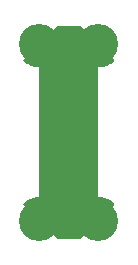
<source format=gbr>
%TF.GenerationSoftware,KiCad,Pcbnew,6.0.11+dfsg-1*%
%TF.CreationDate,2023-06-30T12:30:46+02:00*%
%TF.ProjectId,pcb-connector,7063622d-636f-46e6-9e65-63746f722e6b,2*%
%TF.SameCoordinates,Original*%
%TF.FileFunction,Soldermask,Top*%
%TF.FilePolarity,Negative*%
%FSLAX46Y46*%
G04 Gerber Fmt 4.6, Leading zero omitted, Abs format (unit mm)*
G04 Created by KiCad (PCBNEW 6.0.11+dfsg-1) date 2023-06-30 12:30:46*
%MOMM*%
%LPD*%
G01*
G04 APERTURE LIST*
%ADD10C,3.400000*%
G04 APERTURE END LIST*
%TO.C,J2*%
G36*
X150000000Y-85500000D02*
G01*
X147000000Y-85500000D01*
X147000000Y-79500000D01*
X150000000Y-79500000D01*
X150000000Y-85500000D01*
G37*
%TO.C,J1*%
G36*
X148000000Y-85500000D02*
G01*
X145000000Y-85500000D01*
X145000000Y-79500000D01*
X148000000Y-79500000D01*
X148000000Y-85500000D01*
G37*
%TD*%
D10*
%TO.C,H4*%
X145000000Y-90000000D03*
%TD*%
%TO.C,H3*%
X150000000Y-75000000D03*
%TD*%
%TO.C,H1*%
X145000000Y-75000000D03*
%TD*%
%TO.C,H2*%
X150000000Y-90000000D03*
%TD*%
G36*
X148515931Y-73520002D02*
G01*
X148536905Y-73536905D01*
X151319088Y-76319088D01*
X151353114Y-76381400D01*
X151348049Y-76452215D01*
X151313070Y-76502915D01*
X151223733Y-76581261D01*
X151210658Y-76591294D01*
X151006869Y-76727461D01*
X150992596Y-76735702D01*
X150772770Y-76844109D01*
X150757542Y-76850416D01*
X150525460Y-76929197D01*
X150509540Y-76933463D01*
X150269150Y-76981279D01*
X150252810Y-76983430D01*
X150018079Y-76998815D01*
X150003162Y-77004278D01*
X150000729Y-77007487D01*
X150000000Y-77011463D01*
X150000000Y-87981885D01*
X150004475Y-87997124D01*
X150007518Y-87999761D01*
X150011442Y-88000750D01*
X150252810Y-88016570D01*
X150269150Y-88018721D01*
X150509538Y-88066537D01*
X150525459Y-88070803D01*
X150757548Y-88149587D01*
X150772774Y-88155894D01*
X150992592Y-88264296D01*
X151006866Y-88272537D01*
X151210658Y-88408706D01*
X151223733Y-88418739D01*
X151313070Y-88497085D01*
X151351098Y-88557038D01*
X151350676Y-88628034D01*
X151319088Y-88680912D01*
X148536905Y-91463095D01*
X148474593Y-91497121D01*
X148447810Y-91500000D01*
X146552190Y-91500000D01*
X146484069Y-91479998D01*
X146463095Y-91463095D01*
X143680912Y-88680912D01*
X143646886Y-88618600D01*
X143651951Y-88547785D01*
X143686930Y-88497085D01*
X143776267Y-88418739D01*
X143789342Y-88408706D01*
X143993131Y-88272539D01*
X144007404Y-88264298D01*
X144227230Y-88155891D01*
X144242458Y-88149584D01*
X144474540Y-88070803D01*
X144490460Y-88066537D01*
X144730850Y-88018721D01*
X144747190Y-88016570D01*
X144981921Y-88001185D01*
X144996838Y-87995722D01*
X144999271Y-87992513D01*
X145000000Y-87988537D01*
X145000000Y-77018115D01*
X144995525Y-77002876D01*
X144992482Y-77000239D01*
X144988558Y-76999250D01*
X144747190Y-76983430D01*
X144730850Y-76981279D01*
X144490462Y-76933463D01*
X144474541Y-76929197D01*
X144242452Y-76850413D01*
X144227226Y-76844106D01*
X144007408Y-76735704D01*
X143993134Y-76727463D01*
X143789342Y-76591294D01*
X143776267Y-76581261D01*
X143686930Y-76502915D01*
X143648902Y-76442962D01*
X143649324Y-76371966D01*
X143680912Y-76319088D01*
X146463095Y-73536905D01*
X146525407Y-73502879D01*
X146552190Y-73500000D01*
X148447810Y-73500000D01*
X148515931Y-73520002D01*
G37*
M02*

</source>
